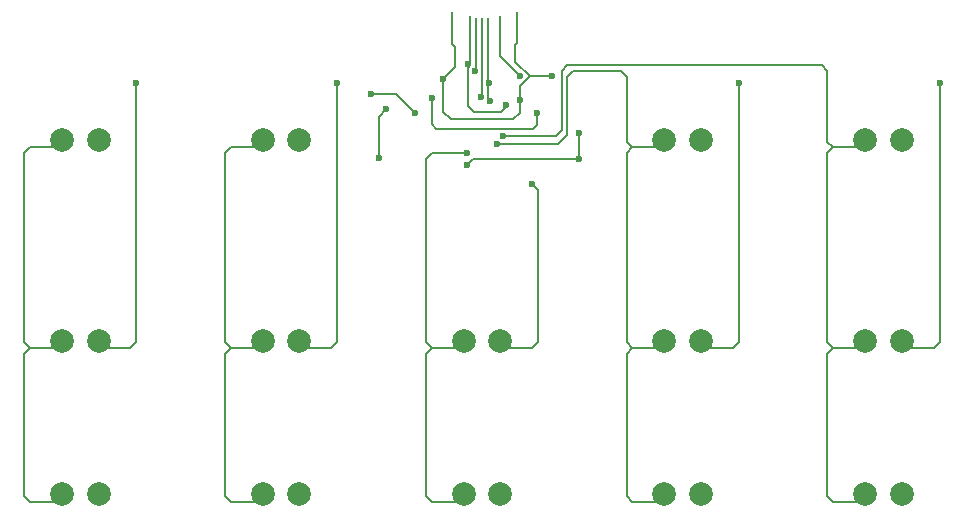
<source format=gbr>
%TF.GenerationSoftware,KiCad,Pcbnew,9.0.6*%
%TF.CreationDate,2025-12-18T00:43:41-05:00*%
%TF.ProjectId,secret-santa-2025,73656372-6574-42d7-9361-6e74612d3230,rev?*%
%TF.SameCoordinates,Original*%
%TF.FileFunction,Copper,L2,Bot*%
%TF.FilePolarity,Positive*%
%FSLAX46Y46*%
G04 Gerber Fmt 4.6, Leading zero omitted, Abs format (unit mm)*
G04 Created by KiCad (PCBNEW 9.0.6) date 2025-12-18 00:43:41*
%MOMM*%
%LPD*%
G01*
G04 APERTURE LIST*
%TA.AperFunction,CastellatedPad*%
%ADD10C,2.000000*%
%TD*%
%TA.AperFunction,SMDPad,CuDef*%
%ADD11R,0.250000X2.400000*%
%TD*%
%TA.AperFunction,SMDPad,CuDef*%
%ADD12R,0.250000X2.050000*%
%TD*%
%TA.AperFunction,SMDPad,CuDef*%
%ADD13R,0.250000X1.850000*%
%TD*%
%TA.AperFunction,ViaPad*%
%ADD14C,0.600000*%
%TD*%
%TA.AperFunction,Conductor*%
%ADD15C,0.200000*%
%TD*%
G04 APERTURE END LIST*
D10*
%TO.P,SW13,1*%
%TO.N,/COL3*%
X113200000Y-96325000D03*
%TO.P,SW13,2*%
%TO.N,Net-(D13-A)*%
X116300000Y-96325000D03*
%TD*%
%TO.P,SW11,1*%
%TO.N,/COL1*%
X79200000Y-96325000D03*
%TO.P,SW11,2*%
%TO.N,Net-(D11-A)*%
X82300000Y-96325000D03*
%TD*%
%TO.P,SW2,1*%
%TO.N,/COL1*%
X79200000Y-66400000D03*
%TO.P,SW2,2*%
%TO.N,Net-(D2-A)*%
X82300000Y-66400000D03*
%TD*%
%TO.P,SW5,1*%
%TO.N,/COL0*%
X62200000Y-83400000D03*
%TO.P,SW5,2*%
%TO.N,Net-(D5-A)*%
X65300000Y-83400000D03*
%TD*%
%TO.P,SW4,1*%
%TO.N,/COL4*%
X130200000Y-66400000D03*
%TO.P,SW4,2*%
%TO.N,Net-(D4-A)*%
X133300000Y-66400000D03*
%TD*%
D11*
%TO.P,J1,B1,GND*%
%TO.N,Earth*%
X95250000Y-56720609D03*
D12*
%TO.P,J1,B4,VBUS*%
%TO.N,+5V*%
X96750000Y-56895609D03*
D13*
%TO.P,J1,B5,CC2*%
%TO.N,/CC2*%
X97250000Y-56995608D03*
%TO.P,J1,B6,DP2*%
%TO.N,/USB+*%
X97750000Y-56995609D03*
%TO.P,J1,B7,DN2*%
%TO.N,/USB-*%
X98250000Y-56995609D03*
D12*
%TO.P,J1,B9,VBUS*%
%TO.N,+5V*%
X99250000Y-56895609D03*
D11*
%TO.P,J1,B12,GND*%
%TO.N,Earth*%
X100750000Y-56720609D03*
%TD*%
D10*
%TO.P,SW10,1*%
%TO.N,/COL0*%
X62200000Y-96325000D03*
%TO.P,SW10,2*%
%TO.N,Net-(D10-A)*%
X65300000Y-96325000D03*
%TD*%
%TO.P,SW1,1*%
%TO.N,/COL0*%
X62200000Y-66400000D03*
%TO.P,SW1,2*%
%TO.N,Net-(D1-A)*%
X65300000Y-66400000D03*
%TD*%
%TO.P,SW14,1*%
%TO.N,/COL4*%
X130200000Y-96325000D03*
%TO.P,SW14,2*%
%TO.N,Net-(D14-A)*%
X133300000Y-96325000D03*
%TD*%
%TO.P,SW6,1*%
%TO.N,/COL1*%
X79200000Y-83400000D03*
%TO.P,SW6,2*%
%TO.N,Net-(D6-A)*%
X82300000Y-83400000D03*
%TD*%
%TO.P,SW9,1*%
%TO.N,/COL4*%
X130200000Y-83400000D03*
%TO.P,SW9,2*%
%TO.N,Net-(D9-A)*%
X133300000Y-83400000D03*
%TD*%
%TO.P,SW7,1*%
%TO.N,/COL2*%
X96200000Y-83400000D03*
%TO.P,SW7,2*%
%TO.N,Net-(D7-A)*%
X99300000Y-83400000D03*
%TD*%
%TO.P,SW3,1*%
%TO.N,/COL3*%
X113200000Y-66400000D03*
%TO.P,SW3,2*%
%TO.N,Net-(D3-A)*%
X116300000Y-66400000D03*
%TD*%
%TO.P,SW8,1*%
%TO.N,/COL3*%
X113200000Y-83400000D03*
%TO.P,SW8,2*%
%TO.N,Net-(D8-A)*%
X116300000Y-83400000D03*
%TD*%
%TO.P,SW12,1*%
%TO.N,/COL2*%
X96200000Y-96325000D03*
%TO.P,SW12,2*%
%TO.N,Net-(D12-A)*%
X99300000Y-96325000D03*
%TD*%
D14*
%TO.N,+5V*%
X96555329Y-59964864D03*
X99763447Y-63411513D03*
X100945075Y-60976395D03*
%TO.N,Earth*%
X100941778Y-62951778D03*
X103710000Y-60975000D03*
X94500000Y-61190000D03*
%TO.N,+3.3V*%
X102425000Y-64075000D03*
X93500000Y-62800000D03*
%TO.N,/RANG0*%
X106000000Y-68000000D03*
X106000000Y-65750000D03*
X96500000Y-68500000D03*
%TO.N,Net-(D5-A)*%
X68500000Y-61500000D03*
%TO.N,Net-(D6-A)*%
X85500000Y-61500000D03*
%TO.N,Net-(D7-A)*%
X102000000Y-70125000D03*
%TO.N,Net-(D8-A)*%
X119500000Y-61500000D03*
%TO.N,Net-(D9-A)*%
X136500000Y-61500000D03*
%TO.N,/USB+*%
X97650000Y-62750000D03*
%TO.N,/USB-*%
X98350000Y-61500000D03*
X98443613Y-63104858D03*
%TO.N,/CC2*%
X97150000Y-60500000D03*
%TO.N,/COL0*%
X92066272Y-64111000D03*
X88400000Y-62500000D03*
%TO.N,/COL1*%
X89000000Y-67849000D03*
X89624265Y-63775735D03*
%TO.N,/COL3*%
X99043613Y-66716429D03*
%TO.N,/COL4*%
X99500000Y-66001003D03*
%TO.N,/COL2*%
X96500000Y-67500000D03*
%TD*%
D15*
%TO.N,+5V*%
X96549000Y-59971193D02*
X96555329Y-59964864D01*
X99374000Y-64000000D02*
X97049000Y-64000000D01*
X99250000Y-59281320D02*
X99250000Y-57801609D01*
X100945075Y-60976395D02*
X99250000Y-59281320D01*
X99763447Y-63610553D02*
X99374000Y-64000000D01*
X96549000Y-63500000D02*
X96549000Y-60500000D01*
X96549000Y-60500000D02*
X96549000Y-60251057D01*
X96549000Y-60251057D02*
X96750000Y-60050057D01*
X97049000Y-64000000D02*
X96549000Y-63500000D01*
X99763447Y-63411513D02*
X99763447Y-63610553D01*
X96549000Y-60500000D02*
X96549000Y-59971193D01*
X96750000Y-60050057D02*
X96750000Y-57801609D01*
%TO.N,Earth*%
X95500000Y-58520000D02*
X95250000Y-58270000D01*
X95500000Y-60190000D02*
X95500000Y-58520000D01*
X100941778Y-64058222D02*
X100941778Y-62951778D01*
X100557343Y-58362657D02*
X100750000Y-58170000D01*
X100399000Y-64601000D02*
X100941778Y-64058222D01*
X101795000Y-60975000D02*
X100557343Y-59737343D01*
X95250000Y-58270000D02*
X95250000Y-57801609D01*
X94500000Y-61190000D02*
X94500000Y-64000000D01*
X94500000Y-61190000D02*
X95500000Y-60190000D01*
X100941778Y-62951778D02*
X100990000Y-62903556D01*
X100990000Y-61780000D02*
X101795000Y-60975000D01*
X100990000Y-62903556D02*
X100990000Y-61780000D01*
X100750000Y-58170000D02*
X100750000Y-57801609D01*
X95101000Y-64601000D02*
X100399000Y-64601000D01*
X103710000Y-60975000D02*
X101795000Y-60975000D01*
X94500000Y-64000000D02*
X95101000Y-64601000D01*
X100557343Y-59737343D02*
X100557343Y-58362657D01*
%TO.N,+3.3V*%
X102425000Y-65075000D02*
X102425000Y-64075000D01*
X102098997Y-65401003D02*
X102425000Y-65075000D01*
X93500000Y-62800000D02*
X93500000Y-65000000D01*
X93500000Y-65000000D02*
X93901003Y-65401003D01*
X93901003Y-65401003D02*
X102098997Y-65401003D01*
%TO.N,/RANG0*%
X106000000Y-68000000D02*
X97000000Y-68000000D01*
X97000000Y-68000000D02*
X96500000Y-68500000D01*
X106000000Y-68000000D02*
X106000000Y-65750000D01*
%TO.N,Net-(D5-A)*%
X65900000Y-84000000D02*
X65300000Y-83400000D01*
X68000000Y-84000000D02*
X65900000Y-84000000D01*
X68500000Y-61500000D02*
X68500000Y-83500000D01*
X68500000Y-83500000D02*
X68000000Y-84000000D01*
%TO.N,Net-(D6-A)*%
X82900000Y-84000000D02*
X82300000Y-83400000D01*
X85500000Y-61500000D02*
X85500000Y-83500000D01*
X85500000Y-83500000D02*
X85000000Y-84000000D01*
X85000000Y-84000000D02*
X82900000Y-84000000D01*
%TO.N,Net-(D7-A)*%
X102000000Y-84000000D02*
X99900000Y-84000000D01*
X99900000Y-84000000D02*
X99300000Y-83400000D01*
X102500000Y-83500000D02*
X102000000Y-84000000D01*
X102000000Y-70125000D02*
X102500000Y-70625000D01*
X102500000Y-70625000D02*
X102500000Y-83500000D01*
%TO.N,Net-(D8-A)*%
X119500000Y-83500000D02*
X119000000Y-84000000D01*
X119000000Y-84000000D02*
X116900000Y-84000000D01*
X119500000Y-61500000D02*
X119500000Y-83500000D01*
X116900000Y-84000000D02*
X116300000Y-83400000D01*
%TO.N,Net-(D9-A)*%
X133900000Y-84000000D02*
X133300000Y-83400000D01*
X136000000Y-84000000D02*
X133900000Y-84000000D01*
X136500000Y-61500000D02*
X136500000Y-83500000D01*
X136500000Y-83500000D02*
X136000000Y-84000000D01*
%TO.N,/USB+*%
X97650000Y-62750000D02*
X97750000Y-62650000D01*
X97750000Y-62650000D02*
X97750000Y-57801609D01*
%TO.N,/USB-*%
X98250000Y-60500000D02*
X98250000Y-57801609D01*
X98443613Y-63104858D02*
X98250000Y-62911245D01*
X98250000Y-61400000D02*
X98350000Y-61500000D01*
X98250000Y-60500000D02*
X98250000Y-61400000D01*
X98250000Y-62911245D02*
X98250000Y-60500000D01*
%TO.N,/CC2*%
X97250000Y-60400000D02*
X97250000Y-57801609D01*
X97150000Y-60500000D02*
X97250000Y-60400000D01*
%TO.N,/COL0*%
X61525000Y-97000000D02*
X62200000Y-96325000D01*
X90455272Y-62500000D02*
X88400000Y-62500000D01*
X59500000Y-67000000D02*
X59000000Y-67500000D01*
X59000000Y-84500000D02*
X59000000Y-96500000D01*
X62100000Y-66400000D02*
X61500000Y-67000000D01*
X59000000Y-67500000D02*
X59000000Y-83500000D01*
X92066272Y-64111000D02*
X90455272Y-62500000D01*
X61600000Y-84000000D02*
X62200000Y-83400000D01*
X59000000Y-83500000D02*
X59500000Y-84000000D01*
X62200000Y-66400000D02*
X62100000Y-66400000D01*
X61500000Y-67000000D02*
X59500000Y-67000000D01*
X59000000Y-96500000D02*
X59500000Y-97000000D01*
X59500000Y-84000000D02*
X61600000Y-84000000D01*
X59500000Y-84000000D02*
X59000000Y-84500000D01*
X59500000Y-97000000D02*
X61525000Y-97000000D01*
%TO.N,/COL1*%
X76000000Y-96500000D02*
X76500000Y-97000000D01*
X78600000Y-84000000D02*
X79200000Y-83400000D01*
X89000000Y-64400000D02*
X89624265Y-63775735D01*
X89000000Y-67849000D02*
X89000000Y-64400000D01*
X76500000Y-97000000D02*
X78525000Y-97000000D01*
X76000000Y-67500000D02*
X76000000Y-83500000D01*
X76000000Y-84500000D02*
X76000000Y-96500000D01*
X76500000Y-84000000D02*
X76000000Y-84500000D01*
X78525000Y-97000000D02*
X79200000Y-96325000D01*
X76500000Y-84000000D02*
X78600000Y-84000000D01*
X76000000Y-83500000D02*
X76500000Y-84000000D01*
X79200000Y-66400000D02*
X78600000Y-67000000D01*
X76500000Y-67000000D02*
X76000000Y-67500000D01*
X78600000Y-67000000D02*
X76500000Y-67000000D01*
%TO.N,/COL3*%
X110000000Y-61000000D02*
X109500000Y-60500000D01*
X110500000Y-97000000D02*
X112525000Y-97000000D01*
X105500000Y-60500000D02*
X105000000Y-61000000D01*
X110500000Y-67000000D02*
X110000000Y-66500000D01*
X110000000Y-83500000D02*
X110500000Y-84000000D01*
X110500000Y-67000000D02*
X110000000Y-67500000D01*
X105000000Y-65900056D02*
X104950028Y-65950028D01*
X99043613Y-66716429D02*
X104183628Y-66716429D01*
X110000000Y-96500000D02*
X110500000Y-97000000D01*
X104183628Y-66716429D02*
X104950028Y-65950028D01*
X109500000Y-60500000D02*
X105500000Y-60500000D01*
X112525000Y-97000000D02*
X113200000Y-96325000D01*
X112500000Y-67000000D02*
X110500000Y-67000000D01*
X110000000Y-84500000D02*
X110000000Y-96500000D01*
X113100000Y-66400000D02*
X112500000Y-67000000D01*
X113200000Y-66400000D02*
X113100000Y-66400000D01*
X110000000Y-66500000D02*
X110000000Y-61000000D01*
X110500000Y-84000000D02*
X110000000Y-84500000D01*
X105000000Y-61000000D02*
X105000000Y-65900056D01*
X110000000Y-67500000D02*
X110000000Y-83500000D01*
X112600000Y-84000000D02*
X113200000Y-83400000D01*
X110500000Y-84000000D02*
X112600000Y-84000000D01*
%TO.N,/COL4*%
X127000000Y-96500000D02*
X127500000Y-97000000D01*
X104500000Y-65501003D02*
X104500000Y-60549000D01*
X127000000Y-66500000D02*
X127500000Y-67000000D01*
X127500000Y-84000000D02*
X127000000Y-84500000D01*
X104500000Y-60549000D02*
X105000000Y-60049000D01*
X127500000Y-97000000D02*
X129525000Y-97000000D01*
X126549000Y-60049000D02*
X127000000Y-60500000D01*
X130200000Y-66400000D02*
X130100000Y-66400000D01*
X129500000Y-67000000D02*
X127500000Y-67000000D01*
X130100000Y-66400000D02*
X129500000Y-67000000D01*
X105000000Y-60049000D02*
X126549000Y-60049000D01*
X104000000Y-66001003D02*
X104500000Y-65501003D01*
X127500000Y-84000000D02*
X129600000Y-84000000D01*
X99500000Y-66001003D02*
X104000000Y-66001003D01*
X129600000Y-84000000D02*
X130200000Y-83400000D01*
X127000000Y-60500000D02*
X127000000Y-66500000D01*
X127000000Y-83500000D02*
X127500000Y-84000000D01*
X127000000Y-67500000D02*
X127000000Y-83500000D01*
X129525000Y-97000000D02*
X130200000Y-96325000D01*
X127000000Y-84500000D02*
X127000000Y-96500000D01*
X127500000Y-67000000D02*
X127000000Y-67500000D01*
%TO.N,/COL2*%
X96200000Y-83400000D02*
X95600000Y-84000000D01*
X93000000Y-96500000D02*
X93500000Y-97000000D01*
X93000000Y-83500000D02*
X93500000Y-84000000D01*
X93500000Y-97000000D02*
X95525000Y-97000000D01*
X93000000Y-68000000D02*
X93000000Y-83500000D01*
X93000000Y-84500000D02*
X93000000Y-96500000D01*
X96500000Y-67500000D02*
X93500000Y-67500000D01*
X93500000Y-67500000D02*
X93000000Y-68000000D01*
X93500000Y-84000000D02*
X93000000Y-84500000D01*
X95525000Y-97000000D02*
X96200000Y-96325000D01*
X95600000Y-84000000D02*
X93500000Y-84000000D01*
%TD*%
M02*

</source>
